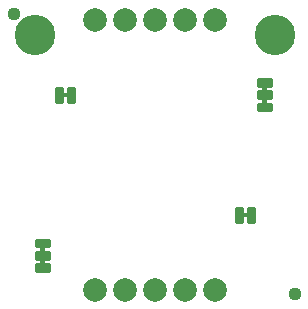
<source format=gbs>
G04 EAGLE Gerber RS-274X export*
G75*
%MOMM*%
%FSLAX34Y34*%
%LPD*%
%INSoldermask Bottom*%
%IPPOS*%
%AMOC8*
5,1,8,0,0,1.08239X$1,22.5*%
G01*
%ADD10C,3.429000*%
%ADD11C,0.228344*%
%ADD12C,2.006600*%
%ADD13C,1.127000*%

G36*
X33085Y44462D02*
X33085Y44462D01*
X33151Y44464D01*
X33194Y44482D01*
X33241Y44490D01*
X33298Y44524D01*
X33358Y44549D01*
X33393Y44580D01*
X33434Y44605D01*
X33476Y44656D01*
X33524Y44700D01*
X33546Y44742D01*
X33575Y44779D01*
X33596Y44841D01*
X33627Y44900D01*
X33635Y44954D01*
X33647Y44991D01*
X33646Y45031D01*
X33654Y45085D01*
X33654Y48895D01*
X33643Y48960D01*
X33641Y49026D01*
X33623Y49069D01*
X33615Y49116D01*
X33581Y49173D01*
X33556Y49233D01*
X33525Y49268D01*
X33500Y49309D01*
X33449Y49351D01*
X33405Y49399D01*
X33363Y49421D01*
X33326Y49450D01*
X33264Y49471D01*
X33205Y49502D01*
X33151Y49510D01*
X33114Y49522D01*
X33074Y49521D01*
X33020Y49529D01*
X30480Y49529D01*
X30415Y49518D01*
X30349Y49516D01*
X30306Y49498D01*
X30259Y49490D01*
X30202Y49456D01*
X30142Y49431D01*
X30107Y49400D01*
X30066Y49375D01*
X30025Y49324D01*
X29976Y49280D01*
X29954Y49238D01*
X29925Y49201D01*
X29904Y49139D01*
X29873Y49080D01*
X29865Y49026D01*
X29853Y48989D01*
X29853Y48985D01*
X29853Y48984D01*
X29854Y48949D01*
X29846Y48895D01*
X29846Y45085D01*
X29857Y45020D01*
X29859Y44954D01*
X29877Y44911D01*
X29885Y44864D01*
X29919Y44807D01*
X29944Y44747D01*
X29975Y44712D01*
X30000Y44671D01*
X30051Y44630D01*
X30095Y44581D01*
X30137Y44559D01*
X30174Y44530D01*
X30236Y44509D01*
X30295Y44478D01*
X30349Y44470D01*
X30386Y44458D01*
X30426Y44459D01*
X30480Y44451D01*
X33020Y44451D01*
X33085Y44462D01*
G37*
G36*
X221045Y180352D02*
X221045Y180352D01*
X221111Y180354D01*
X221154Y180372D01*
X221201Y180380D01*
X221258Y180414D01*
X221318Y180439D01*
X221353Y180470D01*
X221394Y180495D01*
X221436Y180546D01*
X221484Y180590D01*
X221506Y180632D01*
X221535Y180669D01*
X221556Y180731D01*
X221587Y180790D01*
X221595Y180844D01*
X221607Y180881D01*
X221606Y180921D01*
X221614Y180975D01*
X221614Y184785D01*
X221603Y184850D01*
X221601Y184916D01*
X221583Y184959D01*
X221575Y185006D01*
X221541Y185063D01*
X221516Y185123D01*
X221485Y185158D01*
X221460Y185199D01*
X221409Y185241D01*
X221365Y185289D01*
X221323Y185311D01*
X221286Y185340D01*
X221224Y185361D01*
X221165Y185392D01*
X221111Y185400D01*
X221074Y185412D01*
X221034Y185411D01*
X220980Y185419D01*
X218440Y185419D01*
X218375Y185408D01*
X218309Y185406D01*
X218266Y185388D01*
X218219Y185380D01*
X218162Y185346D01*
X218102Y185321D01*
X218067Y185290D01*
X218026Y185265D01*
X217985Y185214D01*
X217936Y185170D01*
X217914Y185128D01*
X217885Y185091D01*
X217864Y185029D01*
X217833Y184970D01*
X217825Y184916D01*
X217813Y184879D01*
X217813Y184875D01*
X217813Y184874D01*
X217814Y184839D01*
X217806Y184785D01*
X217806Y180975D01*
X217817Y180910D01*
X217819Y180844D01*
X217837Y180801D01*
X217845Y180754D01*
X217879Y180697D01*
X217904Y180637D01*
X217935Y180602D01*
X217960Y180561D01*
X218011Y180520D01*
X218055Y180471D01*
X218097Y180449D01*
X218134Y180420D01*
X218196Y180399D01*
X218255Y180368D01*
X218309Y180360D01*
X218346Y180348D01*
X218386Y180349D01*
X218440Y180341D01*
X220980Y180341D01*
X221045Y180352D01*
G37*
G36*
X221045Y170192D02*
X221045Y170192D01*
X221111Y170194D01*
X221154Y170212D01*
X221201Y170220D01*
X221258Y170254D01*
X221318Y170279D01*
X221353Y170310D01*
X221394Y170335D01*
X221436Y170386D01*
X221484Y170430D01*
X221506Y170472D01*
X221535Y170509D01*
X221556Y170571D01*
X221587Y170630D01*
X221595Y170684D01*
X221607Y170721D01*
X221606Y170761D01*
X221614Y170815D01*
X221614Y174625D01*
X221603Y174690D01*
X221601Y174756D01*
X221583Y174799D01*
X221575Y174846D01*
X221541Y174903D01*
X221516Y174963D01*
X221485Y174998D01*
X221460Y175039D01*
X221409Y175081D01*
X221365Y175129D01*
X221323Y175151D01*
X221286Y175180D01*
X221224Y175201D01*
X221165Y175232D01*
X221111Y175240D01*
X221074Y175252D01*
X221034Y175251D01*
X220980Y175259D01*
X218440Y175259D01*
X218375Y175248D01*
X218309Y175246D01*
X218266Y175228D01*
X218219Y175220D01*
X218162Y175186D01*
X218102Y175161D01*
X218067Y175130D01*
X218026Y175105D01*
X217985Y175054D01*
X217936Y175010D01*
X217914Y174968D01*
X217885Y174931D01*
X217864Y174869D01*
X217833Y174810D01*
X217825Y174756D01*
X217813Y174719D01*
X217813Y174715D01*
X217813Y174714D01*
X217814Y174679D01*
X217806Y174625D01*
X217806Y170815D01*
X217817Y170750D01*
X217819Y170684D01*
X217837Y170641D01*
X217845Y170594D01*
X217879Y170537D01*
X217904Y170477D01*
X217935Y170442D01*
X217960Y170401D01*
X218011Y170360D01*
X218055Y170311D01*
X218097Y170289D01*
X218134Y170260D01*
X218196Y170239D01*
X218255Y170208D01*
X218309Y170200D01*
X218346Y170188D01*
X218386Y170189D01*
X218440Y170181D01*
X220980Y170181D01*
X221045Y170192D01*
G37*
G36*
X33085Y34302D02*
X33085Y34302D01*
X33151Y34304D01*
X33194Y34322D01*
X33241Y34330D01*
X33298Y34364D01*
X33358Y34389D01*
X33393Y34420D01*
X33434Y34445D01*
X33476Y34496D01*
X33524Y34540D01*
X33546Y34582D01*
X33575Y34619D01*
X33596Y34681D01*
X33627Y34740D01*
X33635Y34794D01*
X33647Y34831D01*
X33646Y34871D01*
X33654Y34925D01*
X33654Y38735D01*
X33643Y38800D01*
X33641Y38866D01*
X33623Y38909D01*
X33615Y38956D01*
X33581Y39013D01*
X33556Y39073D01*
X33525Y39108D01*
X33500Y39149D01*
X33449Y39191D01*
X33405Y39239D01*
X33363Y39261D01*
X33326Y39290D01*
X33264Y39311D01*
X33205Y39342D01*
X33151Y39350D01*
X33114Y39362D01*
X33074Y39361D01*
X33020Y39369D01*
X30480Y39369D01*
X30415Y39358D01*
X30349Y39356D01*
X30306Y39338D01*
X30259Y39330D01*
X30202Y39296D01*
X30142Y39271D01*
X30107Y39240D01*
X30066Y39215D01*
X30025Y39164D01*
X29976Y39120D01*
X29954Y39078D01*
X29925Y39041D01*
X29904Y38979D01*
X29873Y38920D01*
X29865Y38866D01*
X29853Y38829D01*
X29853Y38825D01*
X29853Y38824D01*
X29854Y38789D01*
X29846Y38735D01*
X29846Y34925D01*
X29857Y34860D01*
X29859Y34794D01*
X29877Y34751D01*
X29885Y34704D01*
X29919Y34647D01*
X29944Y34587D01*
X29975Y34552D01*
X30000Y34511D01*
X30051Y34470D01*
X30095Y34421D01*
X30137Y34399D01*
X30174Y34370D01*
X30236Y34349D01*
X30295Y34318D01*
X30349Y34310D01*
X30386Y34298D01*
X30426Y34299D01*
X30480Y34291D01*
X33020Y34291D01*
X33085Y34302D01*
G37*
G36*
X52770Y175907D02*
X52770Y175907D01*
X52836Y175909D01*
X52879Y175927D01*
X52926Y175935D01*
X52983Y175969D01*
X53043Y175994D01*
X53078Y176025D01*
X53119Y176050D01*
X53161Y176101D01*
X53209Y176145D01*
X53231Y176187D01*
X53260Y176224D01*
X53281Y176286D01*
X53312Y176345D01*
X53320Y176399D01*
X53332Y176436D01*
X53331Y176476D01*
X53339Y176530D01*
X53339Y179070D01*
X53328Y179135D01*
X53326Y179201D01*
X53308Y179244D01*
X53300Y179291D01*
X53266Y179348D01*
X53241Y179408D01*
X53210Y179443D01*
X53185Y179484D01*
X53134Y179526D01*
X53090Y179574D01*
X53048Y179596D01*
X53011Y179625D01*
X52949Y179646D01*
X52890Y179677D01*
X52836Y179685D01*
X52799Y179697D01*
X52759Y179696D01*
X52705Y179704D01*
X48895Y179704D01*
X48830Y179693D01*
X48764Y179691D01*
X48721Y179673D01*
X48674Y179665D01*
X48617Y179631D01*
X48557Y179606D01*
X48522Y179575D01*
X48481Y179550D01*
X48440Y179499D01*
X48391Y179455D01*
X48369Y179413D01*
X48340Y179376D01*
X48319Y179314D01*
X48288Y179255D01*
X48280Y179201D01*
X48268Y179164D01*
X48268Y179161D01*
X48269Y179124D01*
X48261Y179070D01*
X48261Y176530D01*
X48272Y176465D01*
X48274Y176399D01*
X48292Y176356D01*
X48300Y176309D01*
X48334Y176252D01*
X48359Y176192D01*
X48390Y176157D01*
X48415Y176116D01*
X48466Y176075D01*
X48510Y176026D01*
X48552Y176004D01*
X48589Y175975D01*
X48651Y175954D01*
X48710Y175923D01*
X48764Y175915D01*
X48801Y175903D01*
X48841Y175904D01*
X48895Y175896D01*
X52705Y175896D01*
X52770Y175907D01*
G37*
G36*
X205170Y74307D02*
X205170Y74307D01*
X205236Y74309D01*
X205279Y74327D01*
X205326Y74335D01*
X205383Y74369D01*
X205443Y74394D01*
X205478Y74425D01*
X205519Y74450D01*
X205561Y74501D01*
X205609Y74545D01*
X205631Y74587D01*
X205660Y74624D01*
X205681Y74686D01*
X205712Y74745D01*
X205720Y74799D01*
X205732Y74836D01*
X205731Y74876D01*
X205739Y74930D01*
X205739Y77470D01*
X205728Y77535D01*
X205726Y77601D01*
X205708Y77644D01*
X205700Y77691D01*
X205666Y77748D01*
X205641Y77808D01*
X205610Y77843D01*
X205585Y77884D01*
X205534Y77926D01*
X205490Y77974D01*
X205448Y77996D01*
X205411Y78025D01*
X205349Y78046D01*
X205290Y78077D01*
X205236Y78085D01*
X205199Y78097D01*
X205159Y78096D01*
X205105Y78104D01*
X201295Y78104D01*
X201230Y78093D01*
X201164Y78091D01*
X201121Y78073D01*
X201074Y78065D01*
X201017Y78031D01*
X200957Y78006D01*
X200922Y77975D01*
X200881Y77950D01*
X200840Y77899D01*
X200791Y77855D01*
X200769Y77813D01*
X200740Y77776D01*
X200719Y77714D01*
X200688Y77655D01*
X200680Y77601D01*
X200668Y77564D01*
X200668Y77561D01*
X200669Y77524D01*
X200661Y77470D01*
X200661Y74930D01*
X200672Y74865D01*
X200674Y74799D01*
X200692Y74756D01*
X200700Y74709D01*
X200734Y74652D01*
X200759Y74592D01*
X200790Y74557D01*
X200815Y74516D01*
X200866Y74475D01*
X200910Y74426D01*
X200952Y74404D01*
X200989Y74375D01*
X201051Y74354D01*
X201110Y74323D01*
X201164Y74315D01*
X201201Y74303D01*
X201241Y74304D01*
X201295Y74296D01*
X205105Y74296D01*
X205170Y74307D01*
G37*
D10*
X25400Y228600D03*
X228600Y228600D03*
D11*
X37594Y34292D02*
X37594Y28700D01*
X25906Y28700D01*
X25906Y34292D01*
X37594Y34292D01*
X37594Y30869D02*
X25906Y30869D01*
X25906Y33038D02*
X37594Y33038D01*
X37594Y39114D02*
X37594Y44706D01*
X37594Y39114D02*
X25906Y39114D01*
X25906Y44706D01*
X37594Y44706D01*
X37594Y41283D02*
X25906Y41283D01*
X25906Y43452D02*
X37594Y43452D01*
X37594Y49528D02*
X37594Y55120D01*
X37594Y49528D02*
X25906Y49528D01*
X25906Y55120D01*
X37594Y55120D01*
X37594Y51697D02*
X25906Y51697D01*
X25906Y53866D02*
X37594Y53866D01*
D12*
X152400Y12700D03*
X127000Y12700D03*
X101600Y12700D03*
X76200Y12700D03*
D13*
X7620Y246380D03*
X245110Y8890D03*
D11*
X48389Y171956D02*
X42797Y171956D01*
X42797Y183644D01*
X48389Y183644D01*
X48389Y171956D01*
X48389Y174125D02*
X42797Y174125D01*
X42797Y176294D02*
X48389Y176294D01*
X48389Y178463D02*
X42797Y178463D01*
X42797Y180632D02*
X48389Y180632D01*
X48389Y182801D02*
X42797Y182801D01*
X53211Y171956D02*
X58803Y171956D01*
X53211Y171956D02*
X53211Y183644D01*
X58803Y183644D01*
X58803Y171956D01*
X58803Y174125D02*
X53211Y174125D01*
X53211Y176294D02*
X58803Y176294D01*
X58803Y178463D02*
X53211Y178463D01*
X53211Y180632D02*
X58803Y180632D01*
X58803Y182801D02*
X53211Y182801D01*
D12*
X101600Y241300D03*
X127000Y241300D03*
X152400Y241300D03*
X177800Y241300D03*
D11*
X205611Y82044D02*
X211203Y82044D01*
X211203Y70356D01*
X205611Y70356D01*
X205611Y82044D01*
X205611Y72525D02*
X211203Y72525D01*
X211203Y74694D02*
X205611Y74694D01*
X205611Y76863D02*
X211203Y76863D01*
X211203Y79032D02*
X205611Y79032D01*
X205611Y81201D02*
X211203Y81201D01*
X200789Y82044D02*
X195197Y82044D01*
X200789Y82044D02*
X200789Y70356D01*
X195197Y70356D01*
X195197Y82044D01*
X195197Y72525D02*
X200789Y72525D01*
X200789Y74694D02*
X195197Y74694D01*
X195197Y76863D02*
X200789Y76863D01*
X200789Y79032D02*
X195197Y79032D01*
X195197Y81201D02*
X200789Y81201D01*
D12*
X177800Y12700D03*
X76200Y241300D03*
D11*
X213866Y191010D02*
X213866Y185418D01*
X213866Y191010D02*
X225554Y191010D01*
X225554Y185418D01*
X213866Y185418D01*
X213866Y187587D02*
X225554Y187587D01*
X225554Y189756D02*
X213866Y189756D01*
X213866Y180596D02*
X213866Y175004D01*
X213866Y180596D02*
X225554Y180596D01*
X225554Y175004D01*
X213866Y175004D01*
X213866Y177173D02*
X225554Y177173D01*
X225554Y179342D02*
X213866Y179342D01*
X213866Y170182D02*
X213866Y164590D01*
X213866Y170182D02*
X225554Y170182D01*
X225554Y164590D01*
X213866Y164590D01*
X213866Y166759D02*
X225554Y166759D01*
X225554Y168928D02*
X213866Y168928D01*
M02*

</source>
